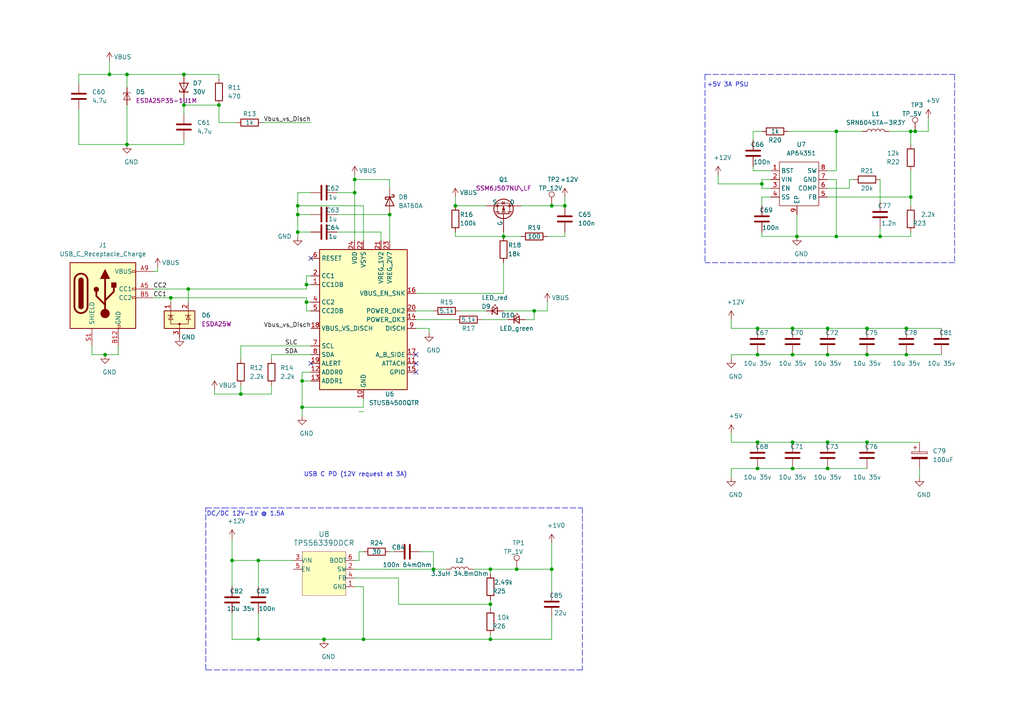
<source format=kicad_sch>
(kicad_sch (version 20211123) (generator eeschema)
  (paper "A4")
  (lib_symbols
    (symbol "CM4_NAS:AP64351"
      (property "Reference" "U" (at 0 8.89 0))
      (property "Value" "AP64351" (at 1.27 6.35 0))
      (symbol "AP64351_1_1"
        (pin passive line (at -7.62 2.54 0) (length 2.54) (name "BST") (number "1"))
        (pin power_in line (at -7.62 0 0) (length 2.54) (name "VIN") (number "2"))
        (pin input line (at -7.62 -2.54 0) (length 2.54) (name "EN") (number "3"))
        (pin input line (at -7.62 -5.08 0) (length 2.54) (name "SS") (number "4"))
        (pin input line (at 8.89 -5.08 180) (length 2.54) (name "FB") (number "5"))
        (pin input line (at 8.89 -2.54 180) (length 2.54) (name "COMP") (number "6"))
        (pin power_in line (at 8.89 0 180) (length 2.54) (name "GND") (number "7"))
        (pin output line (at 8.89 2.54 180) (length 2.54) (name "SW") (number "8"))
        (pin passive line (at 0 -10.16 90) (length 2.54) (name "EP") (number "9"))
      )
    )
    (symbol "CM4_NAS:ESDA25P35" (pin_numbers hide) (pin_names hide)
      (property "Reference" "D" (at 0 2.54 0))
      (property "MPN" "ESDA25P35" (at 0 -2.54 0))
      (symbol "ESDA25P35_1_1"
        (pin passive line (at -2.54 0 0) (length 2.54) (name "K1") (number "1"))
        (pin passive line (at 2.54 0 180) (length 2.54) (name "A") (number "2"))
      )
    )
    (symbol "CM4_NAS:ESDA25W" (pin_names hide)
      (property "Reference" "D" (at 5.715 2.54 0))
      (property "MPN" "ESDA25W" (at 10.16 0 0))
      (symbol "ESDA25W_0_0"
        (pin passive line (at 0 -5.08 90) (length 2.54) (name "A") (number "3"))
      )
      (symbol "ESDA25W_1_1"
        (pin passive line (at -2.54 5.08 270) (length 2.54) (name "K") (number "1"))
        (pin passive line (at 2.54 5.08 270) (length 2.54) (name "K") (number "2"))
      )
    )
    (symbol "CM4_NAS:SSM6J507NU" (pin_numbers hide) (pin_names (offset 0))
      (property "Reference" "Q" (at 5.08 1.27 0))
      (property "MPN" "SSM6J507NU" (at 11.43 -1.27 0))
      (symbol "SSM6J507NU_0_0"
        (pin passive line (at 2.54 5.08 270) (length 5.08) hide (name "D") (number "1"))
        (pin passive line (at 2.54 5.08 270) (length 5.08) hide (name "D") (number "2"))
        (pin passive line (at 2.54 5.08 270) (length 5.08) hide (name "D") (number "6"))
        (pin passive line (at 2.54 5.08 270) (length 5.08) (name "D") (number "D"))
        (pin passive line (at 2.54 -5.08 90) (length 5.08) (name "S") (number "S"))
      )
      (symbol "SSM6J507NU_1_1"
        (pin input line (at -5.08 0 0) (length 5.08) (name "G") (number "3"))
        (pin passive line (at 2.54 -5.08 90) (length 2.54) hide (name "S") (number "4"))
        (pin passive line (at 2.54 5.08 270) (length 2.54) hide (name "D") (number "5"))
      )
    )
    (symbol "CM4_NAS:TPS56339DDCR" (pin_names (offset -0.254))
      (property "Reference" "U" (at -1.27 10.16 0))
      (property "Value" "TPS56339DDCR" (at 0 7.62 0))
      (symbol "TPS56339DDCR_1_1"
        (pin power_in line (at 8.89 -3.81 180) (length 2.54) (name "GND") (number "1"))
        (pin power_in line (at 8.89 1.27 180) (length 2.54) (name "SW") (number "2"))
        (pin power_in line (at -8.89 3.81 0) (length 2.54) (name "VIN") (number "3"))
        (pin input line (at 8.89 -1.27 180) (length 2.54) (name "FB") (number "4"))
        (pin input line (at -8.89 1.27 0) (length 2.54) (name "EN") (number "5"))
        (pin power_in line (at 8.89 3.81 180) (length 2.54) (name "BOOT") (number "6"))
      )
    )
    (symbol "CM4_NAS:USB_C_Receptacle_Charge" (pin_names (offset 1.016))
      (property "Reference" "J?" (at -0.3175 13.97 0))
      (property "Value" "USB_C_Receptacle_Charge" (at -0.3175 11.43 0))
      (symbol "USB_C_Receptacle_Charge_1_1"
        (pin passive line (at 3.81 -15.24 90) (length 5.08) hide (name "GND") (number "A12"))
        (pin bidirectional line (at 13.97 1.27 180) (length 5.08) (name "CC1") (number "A5"))
        (pin passive line (at 13.97 6.35 180) (length 5.08) (name "VBUS") (number "A9"))
        (pin passive line (at 3.81 -15.24 90) (length 5.08) (name "GND") (number "B12"))
        (pin bidirectional line (at 13.97 -1.27 180) (length 5.08) (name "CC2") (number "B5"))
        (pin passive line (at 13.97 6.35 180) (length 5.08) hide (name "VBUS") (number "B9"))
        (pin passive line (at -3.81 -15.24 90) (length 5.08) (name "SHIELD") (number "S1"))
        (pin passive line (at -3.81 -15.24 90) (length 5.08) hide (name "SHIELD") (number "S2"))
        (pin passive line (at -3.81 -15.24 90) (length 5.08) hide (name "SHIELD") (number "S3"))
        (pin passive line (at -3.81 -15.24 90) (length 5.08) hide (name "SHIELD") (number "S4"))
      )
    )
    (symbol "Connector:TestPoint" (pin_numbers hide) (pin_names (offset 0.762) hide)
      (property "Reference" "TP" (at 0 6.858 0))
      (property "Value" "TestPoint" (at 0 5.08 0))
      (symbol "TestPoint_1_1"
        (pin passive line (at 0 0 90) (length 2.54) (name "1") (number "1"))
      )
    )
    (symbol "Device:C" (pin_numbers hide) (pin_names (offset 0.254))
      (property "Reference" "C" (at 0.635 2.54 0))
      (property "Value" "C" (at 0.635 -2.54 0))
      (symbol "C_1_1"
        (pin passive line (at 0 3.81 270) (length 2.794) (name "~") (number "1"))
        (pin passive line (at 0 -3.81 90) (length 2.794) (name "~") (number "2"))
      )
    )
    (symbol "Device:C_Polarized" (pin_numbers hide) (pin_names (offset 0.254))
      (property "Reference" "C" (at 0.635 2.54 0))
      (property "Value" "C_Polarized" (at 0.635 -2.54 0))
      (symbol "C_Polarized_1_1"
        (pin passive line (at 0 3.81 270) (length 2.794) (name "~") (number "1"))
        (pin passive line (at 0 -3.81 90) (length 2.794) (name "~") (number "2"))
      )
    )
    (symbol "Device:D_Zener" (pin_numbers hide) (pin_names (offset 1.016) hide)
      (property "Reference" "D" (at 0 2.54 0))
      (property "Value" "D_Zener" (at 0 -2.54 0))
      (symbol "D_Zener_1_1"
        (pin passive line (at -3.81 0 0) (length 2.54) (name "K") (number "1"))
        (pin passive line (at 3.81 0 180) (length 2.54) (name "A") (number "2"))
      )
    )
    (symbol "Device:L" (pin_numbers hide) (pin_names (offset 1.016) hide)
      (property "Reference" "L" (at -1.27 0 90))
      (property "Value" "L" (at 1.905 0 90))
      (symbol "L_1_1"
        (pin passive line (at 0 3.81 270) (length 1.27) (name "1") (number "1"))
        (pin passive line (at 0 -3.81 90) (length 1.27) (name "2") (number "2"))
      )
    )
    (symbol "Device:LED_Small" (pin_numbers hide) (pin_names (offset 0.254) hide)
      (property "Reference" "D" (at -1.27 3.175 0))
      (property "Value" "LED_Small" (at -4.445 -2.54 0))
      (symbol "LED_Small_1_1"
        (pin passive line (at -2.54 0 0) (length 1.778) (name "K") (number "1"))
        (pin passive line (at 2.54 0 180) (length 1.778) (name "A") (number "2"))
      )
    )
    (symbol "Device:R" (pin_numbers hide) (pin_names (offset 0))
      (property "Reference" "R" (at 2.032 0 90))
      (property "Value" "R" (at 0 0 90))
      (symbol "R_1_1"
        (pin passive line (at 0 3.81 270) (length 1.27) (name "~") (number "1"))
        (pin passive line (at 0 -3.81 90) (length 1.27) (name "~") (number "2"))
      )
    )
    (symbol "Diode:BAT60A" (pin_numbers hide) (pin_names (offset 1.016) hide)
      (property "Reference" "D" (at 0 2.54 0))
      (property "Value" "BAT60A" (at 0 -2.54 0))
      (symbol "BAT60A_1_1"
        (pin passive line (at -3.81 0 0) (length 2.54) (name "K") (number "1"))
        (pin passive line (at 3.81 0 180) (length 2.54) (name "A") (number "2"))
      )
    )
    (symbol "Interface_USB:STUSB4500QTR"
      (property "Reference" "U" (at -12.7 21.59 0))
      (property "Value" "STUSB4500QTR" (at 8.89 -21.59 0))
      (symbol "STUSB4500QTR_1_1"
        (pin bidirectional line (at -15.24 10.16 0) (length 2.54) (name "CC1DB") (number "1"))
        (pin power_in line (at 0 -22.86 90) (length 2.54) (name "GND") (number "10"))
        (pin open_collector line (at 15.24 -12.7 180) (length 2.54) (name "ATTACH") (number "11"))
        (pin input line (at -15.24 -15.24 0) (length 2.54) (name "ADDR0") (number "12"))
        (pin input line (at -15.24 -17.78 0) (length 2.54) (name "ADDR1") (number "13"))
        (pin open_collector line (at 15.24 0 180) (length 2.54) (name "POWER_OK3") (number "14"))
        (pin open_collector line (at 15.24 -15.24 180) (length 2.54) (name "GPIO") (number "15"))
        (pin open_collector line (at 15.24 7.62 180) (length 2.54) (name "VBUS_EN_SNK") (number "16"))
        (pin open_collector line (at 15.24 -10.16 180) (length 2.54) (name "A_B_SIDE") (number "17"))
        (pin input line (at -15.24 -2.54 0) (length 2.54) (name "VBUS_VS_DISCH") (number "18"))
        (pin open_collector line (at -15.24 -12.7 0) (length 2.54) (name "ALERT") (number "19"))
        (pin bidirectional line (at -15.24 12.7 0) (length 2.54) (name "CC1") (number "2"))
        (pin open_collector line (at 15.24 2.54 180) (length 2.54) (name "POWER_OK2") (number "20"))
        (pin power_out line (at 5.08 22.86 270) (length 2.54) (name "VREG_1V2") (number "21"))
        (pin power_in line (at 0 22.86 270) (length 2.54) (name "VSYS") (number "22"))
        (pin power_out line (at 7.62 22.86 270) (length 2.54) (name "VREG_2V7") (number "23"))
        (pin power_in line (at -2.54 22.86 270) (length 2.54) (name "VDD") (number "24"))
        (pin passive line (at 0 -22.86 90) (length 2.54) hide (name "GND") (number "25"))
        (pin no_connect line (at -12.7 15.24 0) (length 2.54) hide (name "NC") (number "3"))
        (pin bidirectional line (at -15.24 5.08 0) (length 2.54) (name "CC2") (number "4"))
        (pin bidirectional line (at -15.24 2.54 0) (length 2.54) (name "CC2DB") (number "5"))
        (pin input line (at -15.24 17.78 0) (length 2.54) (name "RESET") (number "6"))
        (pin input line (at -15.24 -7.62 0) (length 2.54) (name "SCL") (number "7"))
        (pin bidirectional line (at -15.24 -10.16 0) (length 2.54) (name "SDA") (number "8"))
        (pin bidirectional line (at 15.24 -2.54 180) (length 2.54) (name "DISCH") (number "9"))
      )
    )
    (symbol "power:+12V" (power) (pin_names (offset 0))
      (property "Value" "+12V" (at 0 3.556 0))
      (symbol "+12V_1_1"
        (pin power_in line (at 0 0 90) (length 0) hide (name "+12V") (number "1"))
      )
    )
    (symbol "power:+1V0" (power) (pin_names (offset 0))
      (property "Value" "+1V0" (at 0 3.556 0))
      (symbol "+1V0_1_1"
        (pin power_in line (at 0 0 90) (length 0) hide (name "+1V0") (number "1"))
      )
    )
    (symbol "power:+5V" (power) (pin_names (offset 0))
      (property "Value" "+5V" (at 0 3.556 0))
      (symbol "+5V_1_1"
        (pin power_in line (at 0 0 90) (length 0) hide (name "+5V") (number "1"))
      )
    )
    (symbol "power:GND" (power) (pin_names (offset 0))
      (property "Value" "GND" (at 0 -3.81 0))
      (symbol "GND_1_1"
        (pin power_in line (at 0 0 270) (length 0) hide (name "GND") (number "1"))
      )
    )
    (symbol "power:VBUS" (power) (pin_names (offset 0))
      (property "Value" "VBUS" (at 0 3.81 0))
      (symbol "VBUS_1_1"
        (pin power_in line (at 0 0 90) (length 0) hide (name "VBUS") (number "1"))
      )
    )
  )
  (junction (at 242.57 38.1) (diameter 0.9144))
  (junction (at 142.24 175.26) (diameter 0.9144))
  (junction (at 69.85 114.3) (diameter 0.9144))
  (junction (at 88.9 82.55) (diameter 0.9144))
  (junction (at 102.87 55.88) (diameter 0.9144))
  (junction (at 142.24 165.1) (diameter 0.9144))
  (junction (at 105.41 185.42) (diameter 0.9144))
  (junction (at 264.16 57.15) (diameter 0.9144))
  (junction (at 146.05 68.58) (diameter 0.9144))
  (junction (at 125.73 165.1) (diameter 0.9144))
  (junction (at 219.71 95.25) (diameter 0.9144))
  (junction (at 86.36 62.23) (diameter 0.9144))
  (junction (at 74.93 162.56) (diameter 0.9144))
  (junction (at 86.36 67.31) (diameter 0.9144))
  (junction (at 142.24 185.42) (diameter 0.9144))
  (junction (at 240.03 95.25) (diameter 0.9144))
  (junction (at 30.48 102.87) (diameter 0.9144))
  (junction (at 53.34 21.59) (diameter 0.9144))
  (junction (at 113.03 62.23) (diameter 0.9144))
  (junction (at 31.75 21.59) (diameter 0.9144))
  (junction (at 240.03 135.89) (diameter 0.9144))
  (junction (at 251.46 102.87) (diameter 0.9144))
  (junction (at 229.87 95.25) (diameter 0.9144))
  (junction (at 102.87 52.07) (diameter 0.9144))
  (junction (at 74.93 185.42) (diameter 0.9144))
  (junction (at 251.46 128.27) (diameter 0.9144))
  (junction (at 163.83 59.69) (diameter 0.9144))
  (junction (at 49.53 86.36) (diameter 0.9144))
  (junction (at 154.94 90.17) (diameter 0.9144))
  (junction (at 251.46 95.25) (diameter 0.9144))
  (junction (at 229.87 128.27) (diameter 0.9144))
  (junction (at 86.36 59.69) (diameter 0.9144))
  (junction (at 262.89 95.25) (diameter 0.9144))
  (junction (at 220.98 53.34) (diameter 0.9144))
  (junction (at 87.63 118.11) (diameter 0.9144))
  (junction (at 36.83 41.91) (diameter 0.9144))
  (junction (at 240.03 128.27) (diameter 0.9144))
  (junction (at 264.16 38.1) (diameter 0.9144))
  (junction (at 219.71 135.89) (diameter 0.9144))
  (junction (at 87.63 110.49) (diameter 0.9144))
  (junction (at 219.71 128.27) (diameter 0.9144))
  (junction (at 219.71 102.87) (diameter 0.9144))
  (junction (at 93.98 185.42) (diameter 0.9144))
  (junction (at 255.27 68.58) (diameter 0.9144))
  (junction (at 242.57 68.58) (diameter 0.9144))
  (junction (at 53.34 30.48) (diameter 0.9144))
  (junction (at 160.02 59.69))
  (junction (at 229.87 135.89) (diameter 0.9144))
  (junction (at 149.86 165.1))
  (junction (at 265.43 38.1))
  (junction (at 63.5 30.48) (diameter 0.9144))
  (junction (at 88.9 87.63) (diameter 0.9144))
  (junction (at 240.03 102.87) (diameter 0.9144))
  (junction (at 229.87 102.87) (diameter 0.9144))
  (junction (at 231.14 68.58) (diameter 0.9144))
  (junction (at 132.08 59.69) (diameter 0.9144))
  (junction (at 160.02 165.1) (diameter 0.9144))
  (junction (at 67.31 162.56) (diameter 0.9144))
  (junction (at 36.83 21.59) (diameter 0.9144))
  (junction (at 262.89 102.87) (diameter 0.9144))
  (junction (at 54.61 83.82) (diameter 0.9144))
  (no_connect (at 90.17 74.93))
  (no_connect (at 120.65 102.87))
  (no_connect (at 120.65 105.41))
  (no_connect (at 120.65 107.95))
  (no_connect (at 90.17 105.41))
  (wire (pts (xy 142.24 173.99) (xy 142.24 175.26)))
  (wire (pts (xy 142.24 175.26) (xy 142.24 176.53)))
  (wire (pts (xy 120.65 90.17) (xy 125.73 90.17)))
  (wire (pts (xy 139.7 92.71) (xy 147.32 92.71)))
  (wire (pts (xy 242.57 68.58) (xy 231.14 68.58)))
  (wire (pts (xy 113.03 160.02) (xy 114.3 160.02)))
  (wire (pts (xy 229.87 128.27) (xy 240.03 128.27)))
  (wire (pts (xy 219.71 128.27) (xy 229.87 128.27)))
  (wire (pts (xy 87.63 110.49) (xy 87.63 107.95)))
  (wire (pts (xy 264.16 67.31) (xy 264.16 68.58)))
  (wire (pts (xy 26.67 102.87) (xy 30.48 102.87)))
  (wire (pts (xy 86.36 67.31) (xy 86.36 62.23)))
  (wire (pts (xy 63.5 35.56) (xy 63.5 30.48)))
  (wire (pts (xy 88.9 83.82) (xy 88.9 82.55)))
  (wire (pts (xy 44.45 78.74) (xy 45.72 78.74)))
  (wire (pts (xy 262.89 95.25) (xy 273.05 95.25)))
  (wire (pts (xy 78.74 114.3) (xy 69.85 114.3)))
  (wire (pts (xy 78.74 102.87) (xy 90.17 102.87)))
  (wire (pts (xy 212.09 95.25) (xy 219.71 95.25)))
  (wire (pts (xy 104.14 119.38) (xy 105.41 119.38)))
  (wire (pts (xy 88.9 90.17) (xy 88.9 87.63)))
  (wire (pts (xy 102.87 165.1) (xy 125.73 165.1)))
  (wire (pts (xy 125.73 165.1) (xy 129.54 165.1)))
  (wire (pts (xy 219.71 102.87) (xy 212.09 102.87)))
  (wire (pts (xy 242.57 68.58) (xy 255.27 68.58)))
  (wire (pts (xy 251.46 128.27) (xy 266.7 128.27)))
  (wire (pts (xy 133.35 90.17) (xy 140.97 90.17)))
  (wire (pts (xy 53.34 29.21) (xy 53.34 30.48)))
  (wire (pts (xy 49.53 86.36) (xy 88.9 86.36)))
  (wire (pts (xy 146.05 68.58) (xy 151.13 68.58)))
  (wire (pts (xy 63.5 21.59) (xy 63.5 22.86)))
  (wire (pts (xy 22.86 31.75) (xy 22.86 41.91)))
  (polyline (pts (xy 276.86 76.2) (xy 204.47 76.2)) (stroke (width 0) (type dash)))
  (wire (pts (xy 251.46 95.25) (xy 262.89 95.25)))
  (wire (pts (xy 102.87 55.88) (xy 102.87 69.85)))
  (wire (pts (xy 242.57 38.1) (xy 250.19 38.1)))
  (wire (pts (xy 22.86 24.13) (xy 22.86 21.59)))
  (wire (pts (xy 269.24 34.29) (xy 269.24 38.1)))
  (wire (pts (xy 240.03 135.89) (xy 251.46 135.89)))
  (wire (pts (xy 212.09 125.73) (xy 212.09 128.27)))
  (wire (pts (xy 219.71 135.89) (xy 212.09 135.89)))
  (wire (pts (xy 240.03 102.87) (xy 229.87 102.87)))
  (wire (pts (xy 88.9 86.36) (xy 88.9 87.63)))
  (wire (pts (xy 62.23 114.3) (xy 69.85 114.3)))
  (wire (pts (xy 163.83 68.58) (xy 163.83 67.31)))
  (wire (pts (xy 132.08 67.31) (xy 132.08 68.58)))
  (wire (pts (xy 102.87 52.07) (xy 102.87 55.88)))
  (wire (pts (xy 74.93 162.56) (xy 85.09 162.56)))
  (polyline (pts (xy 204.47 21.59) (xy 276.86 21.59)) (stroke (width 0) (type dash)))
  (wire (pts (xy 102.87 167.64) (xy 115.57 167.64)))
  (wire (pts (xy 115.57 167.64) (xy 115.57 175.26)))
  (wire (pts (xy 115.57 175.26) (xy 142.24 175.26)))
  (wire (pts (xy 110.49 67.31) (xy 97.79 67.31)))
  (wire (pts (xy 120.65 85.09) (xy 146.05 85.09)))
  (wire (pts (xy 36.83 30.48) (xy 36.83 41.91)))
  (wire (pts (xy 121.92 160.02) (xy 125.73 160.02)))
  (wire (pts (xy 125.73 160.02) (xy 125.73 165.1)))
  (wire (pts (xy 218.44 40.64) (xy 218.44 38.1)))
  (wire (pts (xy 255.27 66.04) (xy 255.27 68.58)))
  (wire (pts (xy 240.03 95.25) (xy 251.46 95.25)))
  (polyline (pts (xy 204.47 21.59) (xy 204.47 76.2)) (stroke (width 0) (type dash)))
  (wire (pts (xy 30.48 102.87) (xy 34.29 102.87)))
  (wire (pts (xy 154.94 90.17) (xy 154.94 92.71)))
  (wire (pts (xy 87.63 118.11) (xy 105.41 118.11)))
  (wire (pts (xy 212.09 92.71) (xy 212.09 95.25)))
  (wire (pts (xy 273.05 102.87) (xy 262.89 102.87)))
  (wire (pts (xy 34.29 102.87) (xy 34.29 100.33)))
  (wire (pts (xy 88.9 80.01) (xy 88.9 82.55)))
  (wire (pts (xy 218.44 49.53) (xy 218.44 48.26)))
  (wire (pts (xy 67.31 177.8) (xy 67.31 185.42)))
  (wire (pts (xy 67.31 185.42) (xy 74.93 185.42)))
  (wire (pts (xy 74.93 185.42) (xy 93.98 185.42)))
  (wire (pts (xy 229.87 95.25) (xy 240.03 95.25)))
  (wire (pts (xy 86.36 59.69) (xy 105.41 59.69)))
  (wire (pts (xy 220.98 67.31) (xy 220.98 68.58)))
  (wire (pts (xy 208.28 53.34) (xy 220.98 53.34)))
  (wire (pts (xy 67.31 162.56) (xy 74.93 162.56)))
  (wire (pts (xy 67.31 170.18) (xy 67.31 162.56)))
  (wire (pts (xy 223.52 54.61) (xy 220.98 54.61)))
  (wire (pts (xy 53.34 40.64) (xy 53.34 41.91)))
  (wire (pts (xy 212.09 102.87) (xy 212.09 104.14)))
  (wire (pts (xy 220.98 52.07) (xy 223.52 52.07)))
  (wire (pts (xy 158.75 87.63) (xy 158.75 90.17)))
  (wire (pts (xy 69.85 114.3) (xy 69.85 111.76)))
  (wire (pts (xy 53.34 41.91) (xy 36.83 41.91)))
  (wire (pts (xy 142.24 165.1) (xy 149.86 165.1)))
  (wire (pts (xy 160.02 165.1) (xy 160.02 171.45)))
  (wire (pts (xy 154.94 92.71) (xy 152.4 92.71)))
  (wire (pts (xy 74.93 162.56) (xy 74.93 170.18)))
  (wire (pts (xy 158.75 68.58) (xy 163.83 68.58)))
  (wire (pts (xy 90.17 90.17) (xy 88.9 90.17)))
  (wire (pts (xy 229.87 102.87) (xy 219.71 102.87)))
  (wire (pts (xy 53.34 30.48) (xy 63.5 30.48)))
  (wire (pts (xy 44.45 86.36) (xy 49.53 86.36)))
  (wire (pts (xy 49.53 86.36) (xy 49.53 87.63)))
  (wire (pts (xy 265.43 38.1) (xy 264.16 38.1)))
  (wire (pts (xy 240.03 57.15) (xy 264.16 57.15)))
  (wire (pts (xy 54.61 83.82) (xy 54.61 87.63)))
  (wire (pts (xy 212.09 135.89) (xy 212.09 138.43)))
  (wire (pts (xy 78.74 104.14) (xy 78.74 102.87)))
  (wire (pts (xy 132.08 68.58) (xy 146.05 68.58)))
  (wire (pts (xy 90.17 110.49) (xy 87.63 110.49)))
  (wire (pts (xy 229.87 135.89) (xy 240.03 135.89)))
  (wire (pts (xy 124.46 95.25) (xy 124.46 96.52)))
  (wire (pts (xy 149.86 165.1) (xy 160.02 165.1)))
  (wire (pts (xy 68.58 35.56) (xy 63.5 35.56)))
  (wire (pts (xy 62.23 113.03) (xy 62.23 114.3)))
  (polyline (pts (xy 276.86 21.59) (xy 276.86 76.2)) (stroke (width 0) (type dash)))
  (wire (pts (xy 22.86 41.91) (xy 36.83 41.91)))
  (wire (pts (xy 120.65 95.25) (xy 124.46 95.25)))
  (wire (pts (xy 262.89 102.87) (xy 251.46 102.87)))
  (wire (pts (xy 31.75 21.59) (xy 31.75 17.78)))
  (wire (pts (xy 36.83 21.59) (xy 31.75 21.59)))
  (wire (pts (xy 76.2 35.56) (xy 90.17 35.56)))
  (wire (pts (xy 86.36 62.23) (xy 90.17 62.23)))
  (wire (pts (xy 105.41 170.18) (xy 102.87 170.18)))
  (wire (pts (xy 105.41 185.42) (xy 105.41 170.18)))
  (wire (pts (xy 142.24 184.15) (xy 142.24 185.42)))
  (wire (pts (xy 142.24 185.42) (xy 105.41 185.42)))
  (wire (pts (xy 242.57 49.53) (xy 240.03 49.53)))
  (wire (pts (xy 146.05 67.31) (xy 146.05 68.58)))
  (wire (pts (xy 264.16 38.1) (xy 264.16 41.91)))
  (polyline (pts (xy 59.69 147.32) (xy 64.77 147.32)) (stroke (width 0) (type dash)))
  (polyline (pts (xy 59.69 194.31) (xy 59.69 147.32)) (stroke (width 0) (type dash)))
  (polyline (pts (xy 64.77 147.32) (xy 168.91 147.32)) (stroke (width 0) (type dash)))
  (polyline (pts (xy 168.91 147.32) (xy 168.91 194.31)) (stroke (width 0) (type dash)))
  (polyline (pts (xy 168.91 194.31) (xy 59.69 194.31)) (stroke (width 0) (type dash)))
  (wire (pts (xy 36.83 21.59) (xy 53.34 21.59)))
  (wire (pts (xy 53.34 21.59) (xy 63.5 21.59)))
  (wire (pts (xy 87.63 110.49) (xy 87.63 118.11)))
  (wire (pts (xy 88.9 80.01) (xy 90.17 80.01)))
  (wire (pts (xy 69.85 100.33) (xy 69.85 104.14)))
  (wire (pts (xy 257.81 38.1) (xy 264.16 38.1)))
  (wire (pts (xy 110.49 69.85) (xy 110.49 67.31)))
  (wire (pts (xy 151.13 59.69) (xy 160.02 59.69)))
  (wire (pts (xy 86.36 67.31) (xy 90.17 67.31)))
  (wire (pts (xy 212.09 128.27) (xy 219.71 128.27)))
  (wire (pts (xy 142.24 165.1) (xy 142.24 166.37)))
  (wire (pts (xy 86.36 68.58) (xy 86.36 67.31)))
  (wire (pts (xy 22.86 21.59) (xy 31.75 21.59)))
  (wire (pts (xy 102.87 52.07) (xy 113.03 52.07)))
  (wire (pts (xy 220.98 57.15) (xy 223.52 57.15)))
  (wire (pts (xy 163.83 57.15) (xy 163.83 59.69)))
  (wire (pts (xy 86.36 59.69) (xy 86.36 55.88)))
  (wire (pts (xy 264.16 68.58) (xy 255.27 68.58)))
  (wire (pts (xy 264.16 49.53) (xy 264.16 57.15)))
  (wire (pts (xy 88.9 87.63) (xy 90.17 87.63)))
  (wire (pts (xy 219.71 95.25) (xy 229.87 95.25)))
  (wire (pts (xy 266.7 135.89) (xy 266.7 138.43)))
  (wire (pts (xy 78.74 111.76) (xy 78.74 114.3)))
  (wire (pts (xy 231.14 68.58) (xy 231.14 62.23)))
  (wire (pts (xy 223.52 49.53) (xy 218.44 49.53)))
  (wire (pts (xy 132.08 57.15) (xy 132.08 59.69)))
  (wire (pts (xy 45.72 78.74) (xy 45.72 77.47)))
  (wire (pts (xy 54.61 83.82) (xy 88.9 83.82)))
  (wire (pts (xy 86.36 62.23) (xy 86.36 59.69)))
  (wire (pts (xy 220.98 59.69) (xy 220.98 57.15)))
  (wire (pts (xy 93.98 185.42) (xy 105.41 185.42)))
  (wire (pts (xy 102.87 162.56) (xy 104.14 162.56)))
  (wire (pts (xy 104.14 160.02) (xy 105.41 160.02)))
  (wire (pts (xy 104.14 162.56) (xy 104.14 160.02)))
  (wire (pts (xy 67.31 156.21) (xy 67.31 162.56)))
  (wire (pts (xy 142.24 185.42) (xy 160.02 185.42)))
  (wire (pts (xy 160.02 185.42) (xy 160.02 179.07)))
  (wire (pts (xy 220.98 54.61) (xy 220.98 53.34)))
  (wire (pts (xy 44.45 83.82) (xy 54.61 83.82)))
  (wire (pts (xy 90.17 82.55) (xy 88.9 82.55)))
  (wire (pts (xy 146.05 90.17) (xy 154.94 90.17)))
  (wire (pts (xy 220.98 68.58) (xy 231.14 68.58)))
  (wire (pts (xy 219.71 135.89) (xy 229.87 135.89)))
  (wire (pts (xy 160.02 157.48) (xy 160.02 165.1)))
  (wire (pts (xy 158.75 90.17) (xy 154.94 90.17)))
  (wire (pts (xy 142.24 165.1) (xy 137.16 165.1)))
  (wire (pts (xy 160.02 59.69) (xy 163.83 59.69)))
  (wire (pts (xy 218.44 38.1) (xy 220.98 38.1)))
  (wire (pts (xy 240.03 54.61) (xy 246.38 54.61)))
  (wire (pts (xy 220.98 53.34) (xy 220.98 52.07)))
  (wire (pts (xy 208.28 50.8) (xy 208.28 53.34)))
  (wire (pts (xy 90.17 100.33) (xy 69.85 100.33)))
  (wire (pts (xy 146.05 85.09) (xy 146.05 76.2)))
  (wire (pts (xy 97.79 62.23) (xy 113.03 62.23)))
  (wire (pts (xy 120.65 92.71) (xy 132.08 92.71)))
  (wire (pts (xy 113.03 54.61) (xy 113.03 52.07)))
  (wire (pts (xy 97.79 55.88) (xy 102.87 55.88)))
  (wire (pts (xy 228.6 38.1) (xy 242.57 38.1)))
  (wire (pts (xy 242.57 38.1) (xy 242.57 49.53)))
  (wire (pts (xy 242.57 52.07) (xy 242.57 68.58)))
  (wire (pts (xy 53.34 30.48) (xy 53.34 33.02)))
  (wire (pts (xy 269.24 38.1) (xy 265.43 38.1)))
  (wire (pts (xy 255.27 52.07) (xy 255.27 58.42)))
  (wire (pts (xy 246.38 54.61) (xy 246.38 52.07)))
  (wire (pts (xy 240.03 128.27) (xy 251.46 128.27)))
  (wire (pts (xy 105.41 115.57) (xy 105.41 118.11)))
  (wire (pts (xy 87.63 107.95) (xy 90.17 107.95)))
  (wire (pts (xy 26.67 100.33) (xy 26.67 102.87)))
  (wire (pts (xy 36.83 25.4) (xy 36.83 21.59)))
  (wire (pts (xy 87.63 118.11) (xy 87.63 120.65)))
  (wire (pts (xy 86.36 55.88) (xy 90.17 55.88)))
  (wire (pts (xy 264.16 57.15) (xy 264.16 59.69)))
  (wire (pts (xy 246.38 52.07) (xy 247.65 52.07)))
  (wire (pts (xy 113.03 62.23) (xy 113.03 69.85)))
  (wire (pts (xy 102.87 50.8) (xy 102.87 52.07)))
  (wire (pts (xy 251.46 102.87) (xy 240.03 102.87)))
  (wire (pts (xy 240.03 52.07) (xy 242.57 52.07)))
  (wire (pts (xy 74.93 177.8) (xy 74.93 185.42)))
  (wire (pts (xy 105.41 69.85) (xy 105.41 59.69)))
  (wire (pts (xy 132.08 59.69) (xy 140.97 59.69)))
  (text "USB C PD (12V request at 3A)\n" (at 118.11 138.43 180) (effects (font (size 1.27 1.27)) (justify right bottom)))
  (text "DC/DC 12V-1V @ 1.5A" (at 82.55 149.86 180) (effects (font (size 1.27 1.27)) (justify right bottom)))
  (text "+5V 3A PSU" (at 217.17 25.4 180) (effects (font (size 1.27 1.27)) (justify right bottom)))
  (label "SDA" (at 86.36 102.87 180))
  (label "Vbus_vs_Disch" (at 90.17 95.25 180))
  (label "SLC" (at 86.36 100.33 180))
  (label "Vbus_vs_Disch" (at 90.17 35.56 180))
  (label "CC1" (at 44.45 86.36 0))
  (label "CC2" (at 44.45 83.82 0))
  (symbol (lib_id "Device:R") (at 78.74 107.95 0) (unit 1)
    (property "Reference" "R14" (at 81.28 106.68 0) (effects (justify left)))
    (property "Value" "2.2k" (at 81.28 109.22 0) (effects (justify left)))
    (property "Footprint" "Resistor_SMD:R_0402_1005Metric" (effects hide))
    (property "MFR" "Yageo" (effects hide))
    (property "MPN" "RC0402FR-132K2L" (effects hide))
  )
  (symbol (lib_id "power:GND") (at 231.14 68.58 0) (unit 1)
    (property "Reference" "#PWR0156" (effects hide))
    (property "Value" "GND" (at 232.41 73.66 0))
  )
  (symbol (lib_id "power:GND") (at 124.46 96.52 0) (unit 1)
    (property "Reference" "#PWR0146" (effects hide))
    (property "Value" "GND" (at 125.73 101.6 0))
  )
  (symbol (lib_id "Device:R") (at 132.08 63.5 0) (unit 1)
    (property "Reference" "R16" (at 133.35 62.23 0) (effects (justify left)))
    (property "Value" "100k" (at 133.35 64.77 0) (effects (justify left)))
    (property "Footprint" "Resistor_SMD:R_0402_1005Metric" (effects hide))
    (property "MFR" "Bourns" (effects hide))
    (property "MPN" "CR0402-FX-1003GLF" (effects hide))
  )
  (symbol (lib_id "Interface_USB:STUSB4500QTR") (at 105.41 92.71 0) (unit 1)
    (property "Reference" "U6" (at 113.03 114.3 0))
    (property "Value" "STUSB4500QTR" (at 114.3 116.84 0))
    (property "Footprint" "Package_DFN_QFN:QFN-24-1EP_4x4mm_P0.5mm_EP2.7x2.7mm" (effects hide))
    (property "Datasheet" "https://www.st.com/resource/en/datasheet/stusb4500.pdf" (effects hide))
    (property "MFR" "STMicroelectronics " (effects hide))
    (property "MPN" "STUSB4500QTR " (effects hide))
  )
  (symbol (lib_id "power:GND") (at 30.48 102.87 0) (unit 1)
    (property "Reference" "#PWR0149" (effects hide))
    (property "Value" "GND" (at 31.75 107.95 0))
  )
  (symbol (lib_id "power:VBUS") (at 62.23 113.03 0) (unit 1)
    (property "Reference" "#PWR0144" (effects hide))
    (property "Value" "VBUS" (at 66.04 111.76 0))
  )
  (symbol (lib_id "power:VBUS") (at 132.08 57.15 0) (unit 1)
    (property "Reference" "#PWR0153" (effects hide))
    (property "Value" "VBUS" (at 135.89 55.88 0))
  )
  (symbol (lib_id "power:GND") (at 212.09 138.43 0) (unit 1)
    (property "Reference" "#PWR0159" (effects hide))
    (property "Value" "GND" (at 213.36 143.51 0))
  )
  (symbol (lib_id "power:+12V") (at 67.31 156.21 0) (unit 1)
    (property "Reference" "#PWR0177" (effects hide))
    (property "Value" "+12V" (at 68.58 151.13 0))
  )
  (symbol (lib_id "Device:C") (at 53.34 36.83 0) (unit 1)
    (property "Reference" "C61" (at 57.15 35.56 0) (effects (justify left)))
    (property "Value" "4.7u" (at 57.15 38.1 0) (effects (justify left)))
    (property "Footprint" "Capacitor_SMD:C_0603_1608Metric" (effects hide))
    (property "MFR" "Samsung" (effects hide))
    (property "MPN" "CL10A475KO8NNNC" (effects hide))
  )
  (symbol (lib_id "CM4_NAS:SSM6J507NU") (at 146.05 62.23 270) (mirror x) (unit 1)
    (property "Reference" "Q1" (at 146.05 52.07 90))
    (property "Value" "SSM6J507NU" (effects hide))
    (property "Footprint" "CM4+NAS:UDFN6B" (effects hide))
    (property "MPN" "SSM6J507NU\\,LF" (at 146.05 54.61 90))
    (property "MFR" "Toshiba" (effects hide))
  )
  (symbol (lib_id "power:VBUS") (at 45.72 77.47 0) (unit 1)
    (property "Reference" "#PWR0147" (effects hide))
    (property "Value" "VBUS" (at 49.53 76.2 0))
  )
  (symbol (lib_id "Device:L") (at 254 38.1 90) (unit 1)
    (property "Reference" "L1" (at 254 33.02 90))
    (property "Value" "SRN6045TA-3R3Y" (at 254 35.56 90))
    (property "Footprint" "Inductor_SMD:L_Bourns_SRN6045TA" (effects hide))
    (property "MFR" "Bourns" (effects hide))
    (property "MPN" "SRN6045TA-3R3Y" (effects hide))
  )
  (symbol (lib_id "Device:C") (at 163.83 63.5 0) (unit 1)
    (property "Reference" "C65" (at 167.64 62.23 0) (effects (justify left)))
    (property "Value" "100n" (at 167.64 64.77 0) (effects (justify left)))
    (property "Footprint" "Capacitor_SMD:C_0402_1005Metric" (effects hide))
    (property "MFR" "Murata" (effects hide))
    (property "MPN" "GCM155R71C104KA55D" (effects hide))
  )
  (symbol (lib_id "Device:L") (at 133.35 165.1 90) (unit 1)
    (property "Reference" "L2" (at 133.35 162.56 90))
    (property "Value" "3.3uH 34.8mOhm" (at 133.35 166.37 90))
    (property "Footprint" "Inductor_SMD:L_Coilcraft_XxL4020" (effects hide))
    (property "MFR" "Coilcraft" (effects hide))
    (property "MPN" "XFL4020-332MEB" (effects hide))
  )
  (symbol (lib_id "Diode:BAT60A") (at 113.03 58.42 270) (unit 1)
    (property "Reference" "D8" (at 115.57 57.15 90) (effects (justify left)))
    (property "Value" "BAT60A" (at 115.57 59.69 90) (effects (justify left)))
    (property "Footprint" "Diode_SMD:D_SOD-323" (effects hide))
    (property "Datasheet" "https://www.infineon.com/dgdl/Infineon-BAT60ASERIES-DS-v01_01-en.pdf?fileId=db3a304313d846880113def70c9304a9" (effects hide))
    (property "MFR" "Infineon\\ Technologies" (effects hide))
    (property "MPN" "BAT\\ 60A\\ E6327" (effects hide))
    (property "SPN" "726-BAT60AE6327" (effects hide))
  )
  (symbol (lib_id "Device:C") (at 229.87 99.06 180) (unit 1)
    (property "Reference" "C70" (at 231.14 96.52 0))
    (property "Value" "10u 35v" (at 229.87 105.41 0))
    (property "Footprint" "Capacitor_SMD:C_0805_2012Metric" (effects hide))
    (property "MFR" "TDK" (effects hide))
    (property "MPN" "C2012X5R1V106M085AC" (effects hide))
  )
  (symbol (lib_id "Device:C") (at 251.46 99.06 180) (unit 1)
    (property "Reference" "C75" (at 252.73 96.52 0))
    (property "Value" "10u 35v" (at 251.46 105.41 0))
    (property "Footprint" "Capacitor_SMD:C_0805_2012Metric" (effects hide))
    (property "MFR" "TDK" (effects hide))
    (property "MPN" "C2012X5R1V106M085AC" (effects hide))
  )
  (symbol (lib_id "Device:C") (at 118.11 160.02 270) (unit 1)
    (property "Reference" "C84" (at 115.57 158.75 90))
    (property "Value" "100n 64mOhm" (at 118.11 163.83 90))
    (property "Footprint" "Capacitor_SMD:C_0402_1005Metric" (effects hide))
    (property "MFR" "TDK" (effects hide))
    (property "MPN" "CGA2B3X7R1H104K050BB " (effects hide))
  )
  (symbol (lib_id "Device:C") (at 67.31 173.99 180) (unit 1)
    (property "Reference" "C82" (at 68.58 171.45 0))
    (property "Value" "10u 35v" (at 69.85 176.53 0))
    (property "Footprint" "Capacitor_SMD:C_0603_1608Metric" (effects hide))
    (property "MFR" "TDK" (effects hide))
    (property "MPN" "C2012X5R1V106M085AC" (effects hide))
  )
  (symbol (lib_id "power:GND") (at 87.63 120.65 0) (unit 1)
    (property "Reference" "#PWR0143" (effects hide))
    (property "Value" "GND" (at 88.9 125.73 0))
  )
  (symbol (lib_id "Device:R") (at 69.85 107.95 0) (unit 1)
    (property "Reference" "R12" (at 72.39 106.68 0) (effects (justify left)))
    (property "Value" "2.2k" (at 72.39 109.22 0) (effects (justify left)))
    (property "Footprint" "Resistor_SMD:R_0402_1005Metric" (effects hide))
    (property "MFR" "Yageo" (effects hide))
    (property "MPN" "RC0402FR-132K2L" (effects hide))
  )
  (symbol (lib_id "power:GND") (at 93.98 185.42 0) (unit 1)
    (property "Reference" "#PWR0176" (effects hide))
    (property "Value" "GND" (at 95.25 190.5 0))
  )
  (symbol (lib_id "power:+1V0") (at 160.02 157.48 0) (unit 1)
    (property "Reference" "#PWR0178" (effects hide))
    (property "Value" "+1V0" (at 161.29 152.4 0))
  )
  (symbol (lib_id "power:+12V") (at 208.28 50.8 0) (unit 1)
    (property "Reference" "#PWR0158" (effects hide))
    (property "Value" "+12V" (at 209.55 45.72 0))
  )
  (symbol (lib_id "Connector:TestPoint") (at 265.43 38.1 0) (unit 1)
    (property "Reference" "TP3" (at 264.16 30.48 0) (effects (justify left)))
    (property "Value" "TP_5V" (at 261.62 33.02 0) (effects (justify left)))
    (property "Footprint" "TestPoint:TestPoint_Pad_D1.5mm" (effects hide))
    (property "DNP" "DNP" (effects hide))
  )
  (symbol (lib_id "Device:R") (at 142.24 170.18 180) (unit 1)
    (property "Reference" "R25" (at 144.78 171.45 0))
    (property "Value" "2.49k" (at 146.05 168.91 0))
    (property "Footprint" "Resistor_SMD:R_0402_1005Metric" (effects hide))
    (property "MFR" "Yageo" (effects hide))
    (property "MPN" "RC0402FR-072K49L" (effects hide))
  )
  (symbol (lib_id "CM4_NAS:USB_C_Receptacle_Charge") (at 30.48 85.09 0) (unit 1)
    (property "Reference" "J1" (at 29.845 71.12 0))
    (property "Value" "USB_C_Receptacle_Charge" (at 29.845 73.66 0))
    (property "Footprint" "CM4+NAS:GCT_USB4140-GF-0070-C_REV0.4" (effects hide))
    (property "Datasheet" "https://www.usb.org/sites/default/files/documents/usb_type-c.zip" (effects hide))
    (property "MFR" "GCT" (effects hide))
    (property "MPN" "USB4140-GF-0070-C " (effects hide))
  )
  (symbol (lib_id "power:GND") (at 266.7 138.43 0) (unit 1)
    (property "Reference" "#PWR0163" (effects hide))
    (property "Value" "GND" (at 267.97 143.51 0))
  )
  (symbol (lib_id "Device:R") (at 142.24 180.34 180) (unit 1)
    (property "Reference" "R26" (at 144.78 181.61 0))
    (property "Value" "10k" (at 146.05 179.07 0))
    (property "Footprint" "Resistor_SMD:R_0402_1005Metric" (effects hide))
    (property "MFR" "Yageo" (effects hide))
    (property "MPN" "RC0402FR-0710KP" (effects hide))
  )
  (symbol (lib_id "Device:C") (at 255.27 62.23 180) (unit 1)
    (property "Reference" "C77" (at 256.54 59.69 0))
    (property "Value" "1.2n" (at 257.81 64.77 0))
    (property "Footprint" "Capacitor_SMD:C_0402_1005Metric" (effects hide))
    (property "MFR" "AVX" (effects hide))
    (property "MPN" "0402YC122MAT2A" (effects hide))
  )
  (symbol (lib_id "power:GND") (at 212.09 104.14 0) (unit 1)
    (property "Reference" "#PWR0161" (effects hide))
    (property "Value" "GND" (at 213.36 109.22 0))
  )
  (symbol (lib_id "Device:R") (at 251.46 52.07 270) (unit 1)
    (property "Reference" "R21" (at 251.46 49.53 90))
    (property "Value" "20k" (at 251.46 54.61 90))
    (property "Footprint" "Resistor_SMD:R_0402_1005Metric" (effects hide))
    (property "MFR" "Yageo" (effects hide))
    (property "MPN" "RC0402FR-7D20KL" (effects hide))
  )
  (symbol (lib_id "Device:C") (at 160.02 175.26 180) (unit 1)
    (property "Reference" "C85" (at 161.29 172.72 0))
    (property "Value" "22u" (at 162.56 177.8 0))
    (property "Footprint" "Capacitor_SMD:C_0805_2012Metric" (effects hide))
    (property "MFR" "Samsung" (effects hide))
    (property "MPN" "CL21A226MQQNNNG" (effects hide))
  )
  (symbol (lib_id "Device:C") (at 273.05 99.06 180) (unit 1)
    (property "Reference" "C81" (at 274.32 96.52 0))
    (property "Value" "10u 35v" (at 273.05 105.41 0))
    (property "Footprint" "Capacitor_SMD:C_0805_2012Metric" (effects hide))
    (property "MFR" "TDK" (effects hide))
    (property "MPN" "C2012X5R1V106M085AC" (effects hide))
  )
  (symbol (lib_id "power:+12V") (at 212.09 92.71 0) (unit 1)
    (property "Reference" "#PWR0157" (effects hide))
    (property "Value" "+12V" (at 213.36 87.63 0))
  )
  (symbol (lib_id "power:GND") (at 36.83 41.91 0) (unit 1)
    (property "Reference" "#PWR0151" (effects hide))
    (property "Value" "GND" (at 38.1 46.99 0))
  )
  (symbol (lib_id "CM4_NAS:TPS56339DDCR") (at 93.98 166.37 0) (unit 1)
    (property "Reference" "U8" (at 93.98 154.94 0) (effects (font (size 1.524 1.524))))
    (property "Value" "TPS56339DDCR" (at 93.98 157.48 0) (effects (font (size 1.524 1.524))))
    (property "Footprint" "CM4+NAS:TPS56339DDCR" (effects hide))
    (property "MFR" "TI" (effects hide))
    (property "MPN" "TPS56339DDCR " (effects hide))
  )
  (symbol (lib_id "power:+5V") (at 269.24 34.29 0) (unit 1)
    (property "Reference" "#PWR0162" (effects hide))
    (property "Value" "+5V" (at 270.51 29.21 0))
  )
  (symbol (lib_id "CM4_NAS:ESDA25W") (at 52.07 92.71 0) (unit 1)
    (property "Reference" "D6" (at 58.42 91.44 0) (effects (justify left)))
    (property "Value" "ESDA25W" (effects hide))
    (property "Footprint" "Package_TO_SOT_SMD:SOT-323_SC-70" (effects hide))
    (property "Datasheet" "http://www.littelfuse.com/~/media/files/littelfuse/technical%20resources/documents/data%20sheets/sp05xxba.pdf" (effects hide))
    (property "MPN" "ESDA25W" (at 58.42 93.98 0) (effects (justify left)))
    (property "MFR" "STMicroelectronics " (effects hide))
    (property "SPN" "511-ESDA25W" (effects hide))
  )
  (symbol (lib_id "Device:R") (at 129.54 90.17 90) (unit 1)
    (property "Reference" "R15" (at 129.54 87.63 90))
    (property "Value" "5.1k" (at 129.54 90.17 90))
    (property "Footprint" "Resistor_SMD:R_0402_1005Metric" (effects hide))
    (property "MFR" "Yageo" (effects hide))
    (property "MPN" "RC0402FR-135K1L" (effects hide))
  )
  (symbol (lib_id "Device:C") (at 251.46 132.08 180) (unit 1)
    (property "Reference" "C76" (at 252.73 129.54 0))
    (property "Value" "10u 35v" (at 251.46 138.43 0))
    (property "Footprint" "Capacitor_SMD:C_0805_2012Metric" (effects hide))
    (property "MFR" "TDK" (effects hide))
    (property "MPN" "C2012X5R1V106M085AC" (effects hide))
  )
  (symbol (lib_id "Device:LED_Small") (at 149.86 92.71 0) (unit 1)
    (property "Reference" "D10" (at 147.32 91.44 0))
    (property "Value" "LED_green" (at 149.86 95.25 0))
    (property "Footprint" "LED_SMD:LED_0603_1608Metric" (effects hide))
    (property "MFR" "Kingbright" (effects hide))
    (property "MPN" "APTD1608LCGCK" (effects hide))
  )
  (symbol (lib_id "Device:C") (at 218.44 44.45 180) (unit 1)
    (property "Reference" "C66" (at 219.71 41.91 0))
    (property "Value" "100n" (at 220.98 46.99 0))
    (property "Footprint" "Capacitor_SMD:C_0402_1005Metric" (effects hide))
    (property "MFR" "Murata" (effects hide))
    (property "MPN" "GCM155R71C104KA55D" (effects hide))
  )
  (symbol (lib_id "Device:R") (at 264.16 63.5 180) (unit 1)
    (property "Reference" "R23" (at 266.7 64.77 0))
    (property "Value" "2.2k" (at 269.24 62.23 0))
    (property "Footprint" "Resistor_SMD:R_0402_1005Metric" (effects hide))
    (property "MFR" "Yageo" (effects hide))
    (property "MPN" "RC0402FR-132K2L" (effects hide))
  )
  (symbol (lib_id "Device:C") (at 240.03 99.06 180) (unit 1)
    (property "Reference" "C72" (at 241.3 96.52 0))
    (property "Value" "10u 35v" (at 240.03 105.41 0))
    (property "Footprint" "Capacitor_SMD:C_0805_2012Metric" (effects hide))
    (property "MFR" "TDK" (effects hide))
    (property "MPN" "C2012X5R1V106M085AC" (effects hide))
  )
  (symbol (lib_id "Device:LED_Small") (at 143.51 90.17 0) (unit 1)
    (property "Reference" "D9" (at 140.97 88.9 0))
    (property "Value" "LED_red" (at 143.51 86.36 0))
    (property "Footprint" "LED_SMD:LED_0603_1608Metric" (effects hide))
    (property "MFR" "Kingbright" (effects hide))
    (property "MPN" "APHD1608LSURCK" (effects hide))
  )
  (symbol (lib_id "Device:R") (at 109.22 160.02 90) (unit 1)
    (property "Reference" "R24" (at 109.22 157.48 90))
    (property "Value" "30" (at 109.22 160.02 90))
    (property "Footprint" "Resistor_SMD:R_0603_1608Metric" (effects hide))
    (property "MFR" "Yageo" (effects hide))
    (property "MPN" "RC0402FR-0730RL" (effects hide))
  )
  (symbol (lib_id "Device:C_Polarized") (at 266.7 132.08 0) (unit 1)
    (property "Reference" "C79" (at 270.51 130.81 0) (effects (justify left)))
    (property "Value" "100uF" (at 270.51 133.35 0) (effects (justify left)))
    (property "Footprint" "Capacitor_Tantalum_SMD:CP_EIA-7343-31_Kemet-D" (effects hide))
    (property "MFR" "Kemet" (effects hide))
    (property "MPN" "T591D107M010ATE080" (effects hide))
  )
  (symbol (lib_id "power:VBUS") (at 102.87 50.8 0) (unit 1)
    (property "Reference" "#PWR0152" (effects hide))
    (property "Value" "VBUS" (at 106.68 49.53 0))
  )
  (symbol (lib_id "Device:C") (at 22.86 27.94 0) (unit 1)
    (property "Reference" "C60" (at 26.67 26.67 0) (effects (justify left)))
    (property "Value" "4.7u" (at 26.67 29.21 0) (effects (justify left)))
    (property "Footprint" "Capacitor_SMD:C_0603_1608Metric" (effects hide))
    (property "MFR" "Samsung" (effects hide))
    (property "MPN" "CL10A475KO8NNNC" (effects hide))
  )
  (symbol (lib_id "Connector:TestPoint") (at 149.86 165.1 0) (unit 1)
    (property "Reference" "TP1" (at 148.59 157.48 0) (effects (justify left)))
    (property "Value" "TP_1V" (at 146.05 160.02 0) (effects (justify left)))
    (property "Footprint" "TestPoint:TestPoint_Pad_D1.5mm" (effects hide))
    (property "DNP" "DNP" (effects hide))
  )
  (symbol (lib_id "Device:R") (at 72.39 35.56 90) (unit 1)
    (property "Reference" "R13" (at 72.39 33.02 90))
    (property "Value" "1k" (at 72.39 35.56 90))
    (property "Footprint" "Resistor_SMD:R_0402_1005Metric" (effects hide))
    (property "MFR" "Yageo" (effects hide))
    (property "MPN" "AC0402FR-071KL" (effects hide))
  )
  (symbol (lib_id "Device:C") (at 219.71 132.08 180) (unit 1)
    (property "Reference" "C68" (at 220.98 129.54 0))
    (property "Value" "10u 35v" (at 219.71 138.43 0))
    (property "Footprint" "Capacitor_SMD:C_0805_2012Metric" (effects hide))
    (property "MFR" "TDK" (effects hide))
    (property "MPN" "C2012X5R1V106M085AC" (effects hide))
  )
  (symbol (lib_id "power:GND") (at 86.36 68.58 0) (unit 1)
    (property "Reference" "#PWR0145" (effects hide))
    (property "Value" "GND" (at 82.55 68.58 0))
  )
  (symbol (lib_id "power:+5V") (at 212.09 125.73 0) (unit 1)
    (property "Reference" "#PWR0160" (effects hide))
    (property "Value" "+5V" (at 213.36 120.65 0))
  )
  (symbol (lib_id "Device:C") (at 262.89 99.06 180) (unit 1)
    (property "Reference" "C78" (at 264.16 96.52 0))
    (property "Value" "10u 35v" (at 262.89 105.41 0))
    (property "Footprint" "Capacitor_SMD:C_0805_2012Metric" (effects hide))
    (property "MFR" "TDK" (effects hide))
    (property "MPN" "C2012X5R1V106M085AC" (effects hide))
  )
  (symbol (lib_id "Device:C") (at 240.03 132.08 180) (unit 1)
    (property "Reference" "C73" (at 241.3 129.54 0))
    (property "Value" "10u 35v" (at 240.03 138.43 0))
    (property "Footprint" "Capacitor_SMD:C_0805_2012Metric" (effects hide))
    (property "MFR" "TDK" (effects hide))
    (property "MPN" "C2012X5R1V106M085AC" (effects hide))
  )
  (symbol (lib_id "Device:C") (at 93.98 67.31 90) (unit 1)
    (property "Reference" "C64" (at 96.52 66.04 90))
    (property "Value" "1u" (at 96.52 68.58 90))
    (property "Footprint" "Capacitor_SMD:C_0402_1005Metric" (effects hide))
    (property "MFR" "TDK" (effects hide))
    (property "MPN" "CGB2A1X5R1C105K033BC" (effects hide))
  )
  (symbol (lib_id "Device:C") (at 93.98 62.23 90) (unit 1)
    (property "Reference" "C63" (at 96.52 60.96 90))
    (property "Value" "1u" (at 96.52 63.5 90))
    (property "Footprint" "Capacitor_SMD:C_0402_1005Metric" (effects hide))
    (property "MFR" "TDK" (effects hide))
    (property "MPN" "CGB2A1X5R1C105K033BC" (effects hide))
  )
  (symbol (lib_id "power:+12V") (at 163.83 57.15 0) (unit 1)
    (property "Reference" "#PWR0154" (effects hide))
    (property "Value" "+12V" (at 165.1 52.07 0))
  )
  (symbol (lib_id "Device:R") (at 264.16 45.72 180) (unit 1)
    (property "Reference" "R22" (at 259.08 46.99 0))
    (property "Value" "12k" (at 259.08 44.45 0))
    (property "Footprint" "Resistor_SMD:R_0402_1005Metric" (effects hide))
    (property "MFR" "Yageo" (effects hide))
    (property "MPN" "RC0402FR-1312KL" (effects hide))
  )
  (symbol (lib_id "CM4_NAS:AP64351") (at 231.14 52.07 0) (unit 1)
    (property "Reference" "U7" (at 232.41 41.91 0))
    (property "Value" "AP64351" (at 232.41 44.45 0))
    (property "Footprint" "Package_SO:SOIC-8-1EP_3.9x4.9mm_P1.27mm_EP2.95x4.9mm_Mask2.71x3.4mm_ThermalVias" (effects hide))
    (property "MFR" "Diodes\\ Incorporated " (effects hide))
    (property "MPN" "AP64351QSP-13" (effects hide))
  )
  (symbol (lib_id "Connector:TestPoint") (at 160.02 59.69 0) (unit 1)
    (property "Reference" "TP2" (at 158.75 52.07 0) (effects (justify left)))
    (property "Value" "TP_12V" (at 156.21 54.61 0) (effects (justify left)))
    (property "Footprint" "TestPoint:TestPoint_Pad_D1.5mm" (effects hide))
    (property "DNP" "DNP" (effects hide))
  )
  (symbol (lib_id "Device:R") (at 63.5 26.67 0) (unit 1)
    (property "Reference" "R11" (at 66.04 25.4 0) (effects (justify left)))
    (property "Value" "470" (at 66.04 27.94 0) (effects (justify left)))
    (property "Footprint" "Resistor_SMD:R_0402_1005Metric" (effects hide))
    (property "MFR" "Yageo" (effects hide))
    (property "MPN" "RC0402FR-13470RL" (effects hide))
  )
  (symbol (lib_id "Device:C") (at 74.93 173.99 180) (unit 1)
    (property "Reference" "C83" (at 76.2 171.45 0))
    (property "Value" "100n" (at 77.47 176.53 0))
    (property "Footprint" "Capacitor_SMD:C_0402_1005Metric" (effects hide))
    (property "MFR" "Murata" (effects hide))
    (property "MPN" "GCM155R71C104KA55D" (effects hide))
  )
  (symbol (lib_id "Device:C") (at 93.98 55.88 90) (unit 1)
    (property "Reference" "C62" (at 96.52 54.61 90))
    (property "Value" "1u" (at 96.52 57.15 90))
    (property "Footprint" "Capacitor_SMD:C_0402_1005Metric" (effects hide))
    (property "MFR" "TDK" (effects hide))
    (property "MPN" "CGB2A1X5R1C105K033BC" (effects hide))
  )
  (symbol (lib_id "power:VBUS") (at 158.75 87.63 0) (unit 1)
    (property "Reference" "#PWR0155" (effects hide))
    (property "Value" "VBUS" (at 162.56 86.36 0))
  )
  (symbol (lib_id "Device:C") (at 219.71 99.06 180) (unit 1)
    (property "Reference" "C67" (at 220.98 96.52 0))
    (property "Value" "10u 35v" (at 219.71 105.41 0))
    (property "Footprint" "Capacitor_SMD:C_0805_2012Metric" (effects hide))
    (property "MFR" "TDK" (effects hide))
    (property "MPN" "C2012X5R1V106M085AC" (effects hide))
  )
  (symbol (lib_id "Device:R") (at 146.05 72.39 0) (unit 1)
    (property "Reference" "R18" (at 147.32 71.12 0) (effects (justify left)))
    (property "Value" "18k" (at 147.32 73.66 0) (effects (justify left)))
    (property "Footprint" "Resistor_SMD:R_0402_1005Metric" (effects hide))
    (property "MFR" "Yageo" (effects hide))
    (property "MPN" "AC0402FR-0718KL" (effects hide))
  )
  (symbol (lib_id "Device:R") (at 224.79 38.1 90) (unit 1)
    (property "Reference" "R20" (at 224.79 40.64 90))
    (property "Value" "1k" (at 224.79 38.1 90))
    (property "Footprint" "Resistor_SMD:R_0402_1005Metric" (effects hide))
    (property "MFR" "Yageo" (effects hide))
    (property "MPN" "AC0402FR-071KL" (effects hide))
  )
  (symbol (lib_id "CM4_NAS:ESDA25P35") (at 36.83 27.94 270) (unit 1)
    (property "Reference" "D5" (at 39.37 26.67 90) (effects (justify left)))
    (property "Value" "ESDA25P35" (effects hide))
    (property "Footprint" "CM4+NAS:1610" (effects hide))
    (property "Datasheet" "https://assets.nexperia.com/documents/data-sheet/PESDXL4UF_G_W.pdf" (effects hide))
    (property "MPN" "ESDA25P35-1U1M" (at 39.37 29.21 90) (effects (justify left)))
    (property "MFR" "STMicroelectronics " (effects hide))
  )
  (symbol (lib_id "Device:C") (at 220.98 63.5 180) (unit 1)
    (property "Reference" "C69" (at 222.25 60.96 0))
    (property "Value" "100n" (at 223.52 66.04 0))
    (property "Footprint" "Capacitor_SMD:C_0402_1005Metric" (effects hide))
    (property "MFR" "Murata" (effects hide))
    (property "MPN" "GCM155R71C104KA55D" (effects hide))
  )
  (symbol (lib_id "Device:R") (at 154.94 68.58 90) (unit 1)
    (property "Reference" "R19" (at 154.94 66.04 90))
    (property "Value" "100" (at 154.94 68.58 90))
    (property "Footprint" "Resistor_SMD:R_0402_1005Metric" (effects hide))
    (property "MFR" "Yageo" (effects hide))
    (property "MPN" "RC0402FR-10100RL" (effects hide))
  )
  (symbol (lib_id "Device:R") (at 135.89 92.71 90) (unit 1)
    (property "Reference" "R17" (at 135.89 95.25 90))
    (property "Value" "5.1k" (at 135.89 92.71 90))
    (property "Footprint" "Resistor_SMD:R_0402_1005Metric" (effects hide))
    (property "MFR" "Yageo" (effects hide))
    (property "MPN" "RC0402FR-135K1L" (effects hide))
  )
  (symbol (lib_id "Device:D_Zener") (at 53.34 25.4 90) (unit 1)
    (property "Reference" "D7" (at 55.88 24.13 90) (effects (justify right)))
    (property "Value" "30V" (at 55.88 26.67 90) (effects (justify right)))
    (property "Footprint" "Diode_SMD:D_0402_1005Metric" (effects hide))
    (property "MPN" "CDBQR0130L-HF" (effects hide))
    (property "MFR" "Comchip\\ Technology " (effects hide))
  )
  (symbol (lib_id "power:VBUS") (at 31.75 17.78 0) (unit 1)
    (property "Reference" "#PWR0150" (effects hide))
    (property "Value" "VBUS" (at 35.56 16.51 0))
  )
  (symbol (lib_id "Device:C") (at 229.87 132.08 180) (unit 1)
    (property "Reference" "C71" (at 231.14 129.54 0))
    (property "Value" "10u 35v" (at 229.87 138.43 0))
    (property "Footprint" "Capacitor_SMD:C_0805_2012Metric" (effects hide))
    (property "MFR" "TDK" (effects hide))
    (property "MPN" "C2012X5R1V106M085AC" (effects hide))
  )
  (symbol (lib_id "power:GND") (at 52.07 97.79 0) (unit 1)
    (property "Reference" "#PWR0148" (effects hide))
    (property "Value" "GND" (at 54.61 97.79 0))
  )
)
</source>
